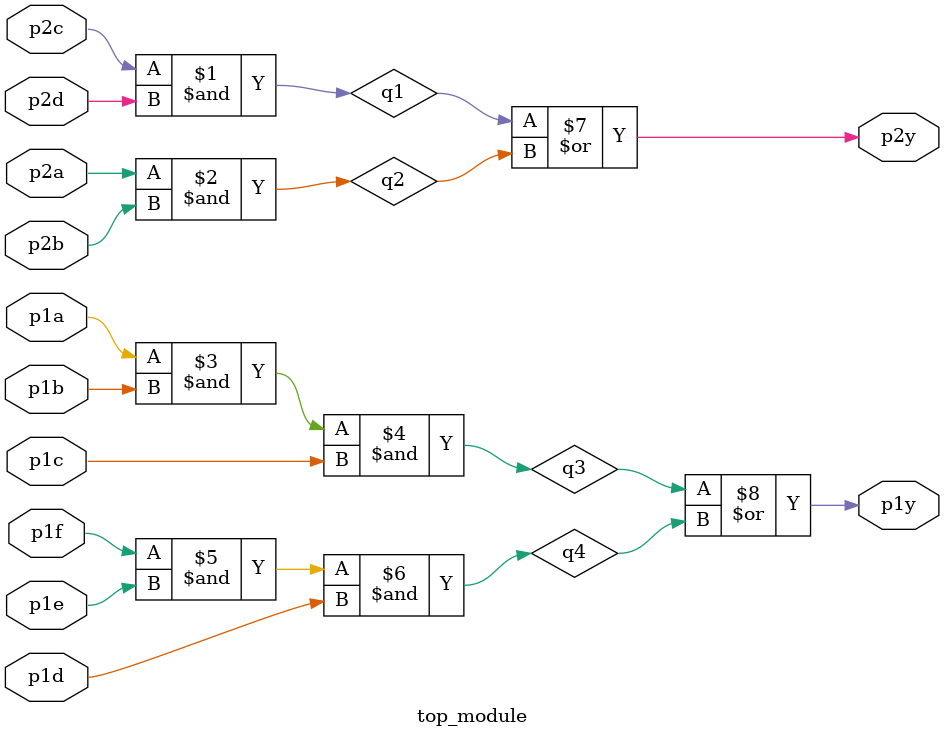
<source format=v>
module top_module ( 
    input p1a, p1b, p1c, p1d, p1e, p1f,
    output p1y,
    input p2a, p2b, p2c, p2d,
    output p2y );
// Declare internal signals 
    wire q1,q2,q3,q4 ;
    
    assign q1 = p2c & p2d ;
    assign q2 = p2a & p2b ;
    assign q3 = p1a & p1b & p1c ;
    assign q4 = p1f & p1e & p1d ;
    assign p2y = q1 | q2 ;
    assign p1y = q3 | q4 ;

endmodule

</source>
